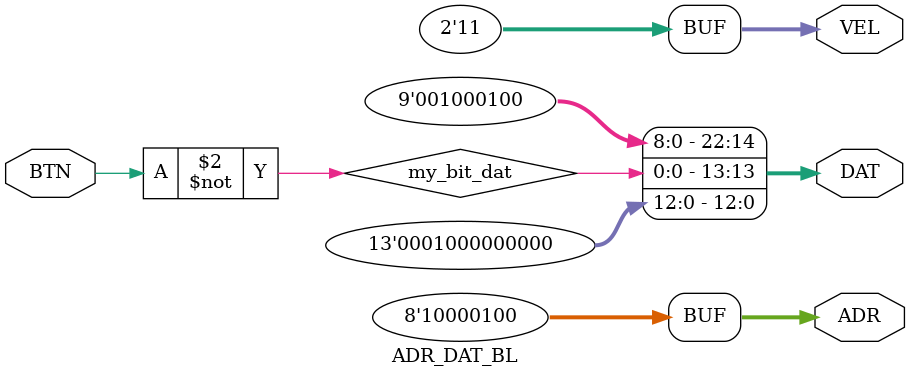
<source format=v>
module ADR_DAT_BL(input BTN, output wire [1:0] VEL,
                             output wire [7:0] ADR,
                             output wire [22:0] DAT);

  assign ADR = 8'h84;

  parameter my_dat = 23'h112200;
  parameter my_VEL = 2'b11; // for testing for me it us 2'b10;

  wire my_bit_dat=(my_dat[13]^BTN) ;

  assign DAT={my_dat[22:14],my_bit_dat,my_dat[12:0]} ;
  assign VEL = my_VEL ;
endmodule
</source>
